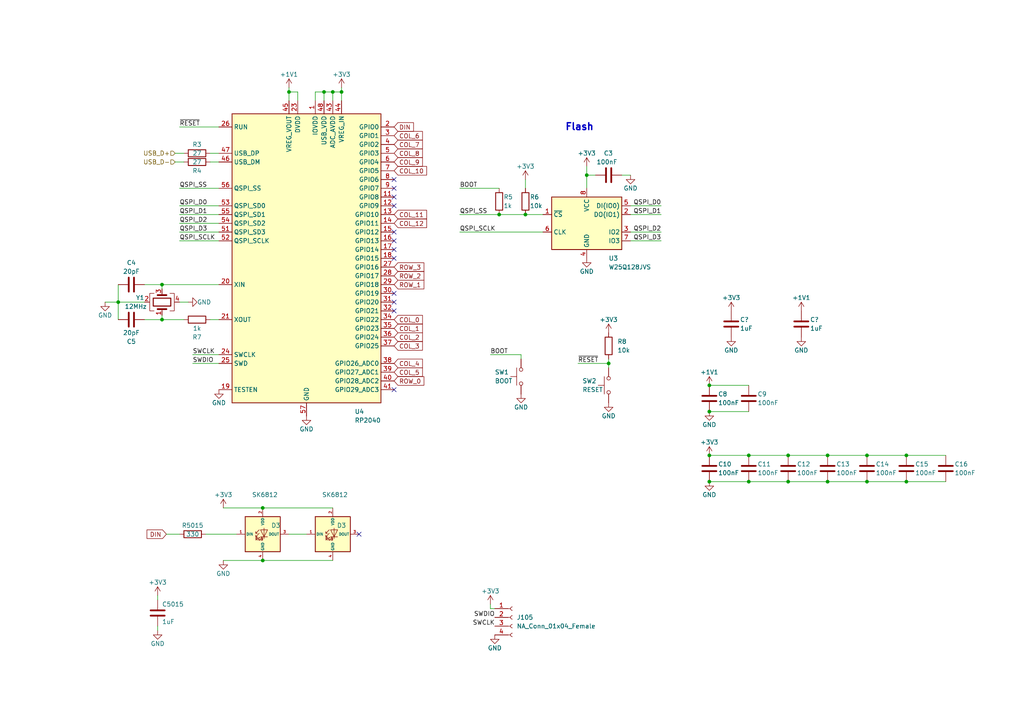
<source format=kicad_sch>
(kicad_sch (version 20230121) (generator eeschema)
  (paper "A4")
  (lib_symbols
    (symbol "Connector:Conn_01x04_Female" (pin_names (offset 1.016) hide)
      (property "Reference" "J" (at 0 5.08 0))
      (property "Value" "Conn_01x04_Female" (at 0 -7.62 0))
      (symbol "Conn_01x04_Female_1_1"
        (arc (start 0 -4.572) (mid -0.5058 -5.08) (end 0 -5.588) (stroke (width 0.1524)))
        (arc (start 0 -2.032) (mid -0.5058 -2.54) (end 0 -3.048) (stroke (width 0.1524)))
        (polyline (pts (xy -1.27 -5.08) (xy -0.508 -5.08)) (stroke (width 0.1524)))
        (polyline (pts (xy -1.27 -2.54) (xy -0.508 -2.54)) (stroke (width 0.1524)))
        (polyline (pts (xy -1.27 0) (xy -0.508 0)) (stroke (width 0.1524)))
        (polyline (pts (xy -1.27 2.54) (xy -0.508 2.54)) (stroke (width 0.1524)))
        (arc (start 0 0.508) (mid -0.5058 0) (end 0 -0.508) (stroke (width 0.1524)))
        (arc (start 0 3.048) (mid -0.5058 2.54) (end 0 2.032) (stroke (width 0.1524)))
        (pin passive line (at -5.08 2.54 0) (length 3.81) (name "Pin_1") (number "1"))
        (pin passive line (at -5.08 0 0) (length 3.81) (name "Pin_2") (number "2"))
        (pin passive line (at -5.08 -2.54 0) (length 3.81) (name "Pin_3") (number "3"))
        (pin passive line (at -5.08 -5.08 0) (length 3.81) (name "Pin_4") (number "4"))
      )
    )
    (symbol "Device:C" (pin_numbers hide) (pin_names (offset 0.254))
      (property "Reference" "C" (at 0.635 2.54 0))
      (property "Value" "C" (at 0.635 -2.54 0))
      (symbol "C_0_1"
        (polyline (pts (xy -2.032 -0.762) (xy 2.032 -0.762)) (stroke (width 0.508)))
        (polyline (pts (xy -2.032 0.762) (xy 2.032 0.762)) (stroke (width 0.508)))
      )
      (symbol "C_1_1"
        (pin passive line (at 0 3.81 270) (length 2.794) (name "~") (number "1"))
        (pin passive line (at 0 -3.81 90) (length 2.794) (name "~") (number "2"))
      )
    )
    (symbol "Device:Crystal_GND24" (pin_names (offset 1.016) hide)
      (property "Reference" "Y" (at 3.175 5.08 0))
      (property "Value" "Crystal_GND24" (at 3.175 3.175 0))
      (symbol "Crystal_GND24_0_1"
        (rectangle (start -1.143 2.54) (end 1.143 -2.54) (stroke (width 0.3048)))
        (polyline (pts (xy -2.54 0) (xy -2.032 0)))
        (polyline (pts (xy -2.032 -1.27) (xy -2.032 1.27)) (stroke (width 0.508)))
        (polyline (pts (xy 0 -3.81) (xy 0 -3.556)))
        (polyline (pts (xy 0 3.556) (xy 0 3.81)))
        (polyline (pts (xy 2.032 -1.27) (xy 2.032 1.27)) (stroke (width 0.508)))
        (polyline (pts (xy 2.032 0) (xy 2.54 0)))
        (polyline (pts (xy -2.54 -2.286) (xy -2.54 -3.556) (xy 2.54 -3.556) (xy 2.54 -2.286)))
        (polyline (pts (xy -2.54 2.286) (xy -2.54 3.556) (xy 2.54 3.556) (xy 2.54 2.286)))
      )
      (symbol "Crystal_GND24_1_1"
        (pin passive line (at -3.81 0 0) (length 1.27) (name "1") (number "1"))
        (pin passive line (at 0 5.08 270) (length 1.27) (name "2") (number "2"))
        (pin passive line (at 3.81 0 180) (length 1.27) (name "3") (number "3"))
        (pin passive line (at 0 -5.08 90) (length 1.27) (name "4") (number "4"))
      )
    )
    (symbol "Device:R" (pin_numbers hide) (pin_names (offset 0))
      (property "Reference" "R" (at 2.032 0 90))
      (property "Value" "R" (at 0 0 90))
      (symbol "R_0_1"
        (rectangle (start -1.016 -2.54) (end 1.016 2.54) (stroke (width 0.254)))
      )
      (symbol "R_1_1"
        (pin passive line (at 0 3.81 270) (length 1.27) (name "~") (number "1"))
        (pin passive line (at 0 -3.81 90) (length 1.27) (name "~") (number "2"))
      )
    )
    (symbol "MCU_RaspberryPi:RP2040"
      (property "Reference" "U" (at 17.78 45.72 0))
      (property "Value" "RP2040" (at 17.78 43.18 0))
      (symbol "RP2040_0_1"
        (rectangle (start -21.59 41.91) (end 21.59 -41.91) (stroke (width 0.254)) (fill (type background)))
      )
      (symbol "RP2040_1_1"
        (pin power_in line (at 2.54 45.72 270) (length 3.81) (name "IOVDD") (number "1"))
        (pin passive line (at 2.54 45.72 270) (length 3.81) hide (name "IOVDD") (number "10"))
        (pin bidirectional line (at 25.4 17.78 180) (length 3.81) (name "GPIO8") (number "11"))
        (pin bidirectional line (at 25.4 15.24 180) (length 3.81) (name "GPIO9") (number "12"))
        (pin bidirectional line (at 25.4 12.7 180) (length 3.81) (name "GPIO10") (number "13"))
        (pin bidirectional line (at 25.4 10.16 180) (length 3.81) (name "GPIO11") (number "14"))
        (pin bidirectional line (at 25.4 7.62 180) (length 3.81) (name "GPIO12") (number "15"))
        (pin bidirectional line (at 25.4 5.08 180) (length 3.81) (name "GPIO13") (number "16"))
        (pin bidirectional line (at 25.4 2.54 180) (length 3.81) (name "GPIO14") (number "17"))
        (pin bidirectional line (at 25.4 0 180) (length 3.81) (name "GPIO15") (number "18"))
        (pin input line (at -25.4 -38.1 0) (length 3.81) (name "TESTEN") (number "19"))
        (pin bidirectional line (at 25.4 38.1 180) (length 3.81) (name "GPIO0") (number "2"))
        (pin input line (at -25.4 -7.62 0) (length 3.81) (name "XIN") (number "20"))
        (pin passive line (at -25.4 -17.78 0) (length 3.81) (name "XOUT") (number "21"))
        (pin passive line (at 2.54 45.72 270) (length 3.81) hide (name "IOVDD") (number "22"))
        (pin power_in line (at -2.54 45.72 270) (length 3.81) (name "DVDD") (number "23"))
        (pin output line (at -25.4 -27.94 0) (length 3.81) (name "SWCLK") (number "24"))
        (pin bidirectional line (at -25.4 -30.48 0) (length 3.81) (name "SWD") (number "25"))
        (pin input line (at -25.4 38.1 0) (length 3.81) (name "RUN") (number "26"))
        (pin bidirectional line (at 25.4 -2.54 180) (length 3.81) (name "GPIO16") (number "27"))
        (pin bidirectional line (at 25.4 -5.08 180) (length 3.81) (name "GPIO17") (number "28"))
        (pin bidirectional line (at 25.4 -7.62 180) (length 3.81) (name "GPIO18") (number "29"))
        (pin bidirectional line (at 25.4 35.56 180) (length 3.81) (name "GPIO1") (number "3"))
        (pin bidirectional line (at 25.4 -10.16 180) (length 3.81) (name "GPIO19") (number "30"))
        (pin bidirectional line (at 25.4 -12.7 180) (length 3.81) (name "GPIO20") (number "31"))
        (pin bidirectional line (at 25.4 -15.24 180) (length 3.81) (name "GPIO21") (number "32"))
        (pin passive line (at 2.54 45.72 270) (length 3.81) hide (name "IOVDD") (number "33"))
        (pin bidirectional line (at 25.4 -17.78 180) (length 3.81) (name "GPIO22") (number "34"))
        (pin bidirectional line (at 25.4 -20.32 180) (length 3.81) (name "GPIO23") (number "35"))
        (pin bidirectional line (at 25.4 -22.86 180) (length 3.81) (name "GPIO24") (number "36"))
        (pin bidirectional line (at 25.4 -25.4 180) (length 3.81) (name "GPIO25") (number "37"))
        (pin bidirectional line (at 25.4 -30.48 180) (length 3.81) (name "GPIO26_ADC0") (number "38"))
        (pin bidirectional line (at 25.4 -33.02 180) (length 3.81) (name "GPIO27_ADC1") (number "39"))
        (pin bidirectional line (at 25.4 33.02 180) (length 3.81) (name "GPIO2") (number "4"))
        (pin bidirectional line (at 25.4 -35.56 180) (length 3.81) (name "GPIO28_ADC2") (number "40"))
        (pin bidirectional line (at 25.4 -38.1 180) (length 3.81) (name "GPIO29_ADC3") (number "41"))
        (pin passive line (at 2.54 45.72 270) (length 3.81) hide (name "IOVDD") (number "42"))
        (pin power_in line (at 7.62 45.72 270) (length 3.81) (name "ADC_AVDD") (number "43"))
        (pin power_in line (at 10.16 45.72 270) (length 3.81) (name "VREG_IN") (number "44"))
        (pin power_out line (at -5.08 45.72 270) (length 3.81) (name "VREG_VOUT") (number "45"))
        (pin bidirectional line (at -25.4 27.94 0) (length 3.81) (name "USB_DM") (number "46"))
        (pin bidirectional line (at -25.4 30.48 0) (length 3.81) (name "USB_DP") (number "47"))
        (pin power_in line (at 5.08 45.72 270) (length 3.81) (name "USB_VDD") (number "48"))
        (pin passive line (at 2.54 45.72 270) (length 3.81) hide (name "IOVDD") (number "49"))
        (pin bidirectional line (at 25.4 30.48 180) (length 3.81) (name "GPIO3") (number "5"))
        (pin passive line (at -2.54 45.72 270) (length 3.81) hide (name "DVDD") (number "50"))
        (pin bidirectional line (at -25.4 7.62 0) (length 3.81) (name "QSPI_SD3") (number "51"))
        (pin output line (at -25.4 5.08 0) (length 3.81) (name "QSPI_SCLK") (number "52"))
        (pin bidirectional line (at -25.4 15.24 0) (length 3.81) (name "QSPI_SD0") (number "53"))
        (pin bidirectional line (at -25.4 10.16 0) (length 3.81) (name "QSPI_SD2") (number "54"))
        (pin bidirectional line (at -25.4 12.7 0) (length 3.81) (name "QSPI_SD1") (number "55"))
        (pin bidirectional line (at -25.4 20.32 0) (length 3.81) (name "QSPI_SS") (number "56"))
        (pin power_in line (at 0 -45.72 90) (length 3.81) (name "GND") (number "57"))
        (pin bidirectional line (at 25.4 27.94 180) (length 3.81) (name "GPIO4") (number "6"))
        (pin bidirectional line (at 25.4 25.4 180) (length 3.81) (name "GPIO5") (number "7"))
        (pin bidirectional line (at 25.4 22.86 180) (length 3.81) (name "GPIO6") (number "8"))
        (pin bidirectional line (at 25.4 20.32 180) (length 3.81) (name "GPIO7") (number "9"))
      )
    )
    (symbol "Memory_Flash:W25Q128JVS"
      (property "Reference" "U" (at -8.89 8.89 0))
      (property "Value" "W25Q128JVS" (at 7.62 8.89 0))
      (symbol "W25Q128JVS_0_1"
        (rectangle (start -10.16 7.62) (end 10.16 -7.62) (stroke (width 0.254)) (fill (type background)))
      )
      (symbol "W25Q128JVS_1_1"
        (pin input line (at -12.7 2.54 0) (length 2.54) (name "~{CS}") (number "1"))
        (pin bidirectional line (at 12.7 2.54 180) (length 2.54) (name "DO(IO1)") (number "2"))
        (pin bidirectional line (at 12.7 -2.54 180) (length 2.54) (name "IO2") (number "3"))
        (pin power_in line (at 0 -10.16 90) (length 2.54) (name "GND") (number "4"))
        (pin bidirectional line (at 12.7 5.08 180) (length 2.54) (name "DI(IO0)") (number "5"))
        (pin input line (at -12.7 -2.54 0) (length 2.54) (name "CLK") (number "6"))
        (pin bidirectional line (at 12.7 -5.08 180) (length 2.54) (name "IO3") (number "7"))
        (pin power_in line (at 0 10.16 270) (length 2.54) (name "VCC") (number "8"))
      )
    )
    (symbol "SW_Push_1" (pin_numbers hide) (pin_names (offset 1.016) hide)
      (property "Reference" "SW1" (at -7.62 1.27 90))
      (property "Value" "BOOT" (at -7.62 -1.27 90))
      (symbol "SW_Push_1_0_1"
        (circle (center -2.032 0) (radius 0.508))
        (polyline (pts (xy 0 1.27) (xy 0 3.048)))
        (polyline (pts (xy 2.54 1.27) (xy -2.54 1.27)))
        (circle (center 2.032 0) (radius 0.508))
        (pin passive line (at -5.08 0 0) (length 2.54) (name "1") (number "1"))
        (pin passive line (at 5.08 0 180) (length 2.54) (name "2") (number "2"))
      )
    )
    (symbol "Switch:SW_Push" (pin_numbers hide) (pin_names (offset 1.016) hide)
      (property "Reference" "SW2" (at -8.89 1.27 90))
      (property "Value" "RESET" (at -8.89 -1.27 90))
      (symbol "SW_Push_0_1"
        (circle (center -2.032 0) (radius 0.508))
        (polyline (pts (xy 0 1.27) (xy 0 3.048)))
        (polyline (pts (xy 2.54 1.27) (xy -2.54 1.27)))
        (circle (center 2.032 0) (radius 0.508))
        (pin passive line (at -5.08 0 0) (length 2.54) (name "1") (number "1"))
        (pin passive line (at 5.08 0 180) (length 2.54) (name "2") (number "2"))
      )
    )
    (symbol "power:+1V1" (power) (pin_names (offset 0))
      (property "Value" "+1V1" (at 0 3.556 0))
      (symbol "+1V1_0_1"
        (polyline (pts (xy -0.762 1.27) (xy 0 2.54)))
        (polyline (pts (xy 0 0) (xy 0 2.54)))
        (polyline (pts (xy 0 2.54) (xy 0.762 1.27)))
      )
      (symbol "+1V1_1_1"
        (pin power_in line (at 0 0 90) (length 0) hide (name "+1V1") (number "1"))
      )
    )
    (symbol "power:+3.3V" (power) (pin_names (offset 0))
      (property "Value" "+3.3V" (at 0 3.556 0))
      (symbol "+3.3V_0_1"
        (polyline (pts (xy -0.762 1.27) (xy 0 2.54)))
        (polyline (pts (xy 0 0) (xy 0 2.54)))
        (polyline (pts (xy 0 2.54) (xy 0.762 1.27)))
      )
      (symbol "+3.3V_1_1"
        (pin power_in line (at 0 0 90) (length 0) hide (name "+3V3") (number "1"))
      )
    )
    (symbol "power:+3V3" (power) (pin_names (offset 0))
      (property "Value" "+3V3" (at 0 3.556 0))
      (symbol "+3V3_0_1"
        (polyline (pts (xy -0.762 1.27) (xy 0 2.54)))
        (polyline (pts (xy 0 0) (xy 0 2.54)))
        (polyline (pts (xy 0 2.54) (xy 0.762 1.27)))
      )
      (symbol "+3V3_1_1"
        (pin power_in line (at 0 0 90) (length 0) hide (name "+3V3") (number "1"))
      )
    )
    (symbol "power:GND" (power) (pin_names (offset 0))
      (property "Value" "GND" (at 0 -3.81 0))
      (symbol "GND_0_1"
        (polyline (pts (xy 0 0) (xy 0 -1.27) (xy 1.27 -1.27) (xy 0 -2.54) (xy -1.27 -1.27) (xy 0 -1.27)))
      )
      (symbol "GND_1_1"
        (pin power_in line (at 0 0 270) (length 0) hide (name "GND") (number "1"))
      )
    )
    (symbol "sk6805-ec15:SK6805-EC15" (pin_names (offset 0.254))
      (property "Reference" "D96" (at 0 13.5701 0))
      (property "Value" "SK6805-EC15" (at 0 10.795 0))
      (symbol "SK6805-EC15_0_0"
        (text "RGB" (at -1.016 -1.397 0) (effects (font (size 0.762 0.762))))
      )
      (symbol "SK6805-EC15_0_1"
        (polyline (pts (xy -2.032 -0.762) (xy -1.524 -0.762)))
        (polyline (pts (xy -2.032 0.254) (xy -1.524 0.254)))
        (polyline (pts (xy 1.397 -0.762) (xy -0.635 -0.762)))
        (polyline (pts (xy -1.016 0.254) (xy -2.032 -0.762) (xy -2.032 -0.254)))
        (polyline (pts (xy -1.016 1.27) (xy -2.032 0.254) (xy -2.032 0.762)))
        (polyline (pts (xy 0.381 1.778) (xy 0.381 -0.762) (xy 0.381 -1.27)))
        (polyline (pts (xy 1.397 1.27) (xy -0.635 1.27) (xy 0.381 -0.762) (xy 1.397 1.27)))
        (rectangle (start 5.08 5.08) (end -5.08 -5.08) (stroke (width 0.254)) (fill (type background)))
      )
      (symbol "SK6805-EC15_1_1"
        (pin input line (at -7.62 0 0) (length 2.54) (name "DIN") (number "1"))
        (pin power_in line (at 0 7.62 270) (length 2.54) (name "VDD") (number "2"))
        (pin output line (at 7.62 0 180) (length 2.54) (name "DOUT") (number "3"))
        (pin power_in line (at 0 -7.62 90) (length 2.54) (name "GND") (number "4"))
      )
    )
  )
  (junction (at 176.53 105.41))
  (junction (at 76.2 162.56))
  (junction (at 228.6 139.7))
  (junction (at 217.17 139.7))
  (junction (at 240.03 139.7))
  (junction (at 152.4 62.23))
  (junction (at 251.46 132.08))
  (junction (at 99.06 26.67))
  (junction (at 93.98 26.67))
  (junction (at 217.17 132.08))
  (junction (at 262.89 139.7))
  (junction (at 251.46 139.7))
  (junction (at 228.6 132.08))
  (junction (at 205.74 111.76))
  (junction (at 46.99 92.71))
  (junction (at 34.29 87.63))
  (junction (at 96.52 26.67))
  (junction (at 76.2 147.32))
  (junction (at 205.74 132.08))
  (junction (at 205.74 119.38))
  (junction (at 83.82 26.67))
  (junction (at 262.89 132.08))
  (junction (at 170.18 50.8))
  (junction (at 46.99 82.55))
  (junction (at 205.74 139.7))
  (junction (at 144.78 62.23))
  (junction (at 240.03 132.08))
  (no_connect (at 114.3 113.03))
  (no_connect (at 114.3 72.39))
  (no_connect (at 114.3 74.93))
  (no_connect (at 114.3 67.31))
  (no_connect (at 114.3 87.63))
  (no_connect (at 114.3 59.69))
  (no_connect (at 114.3 85.09))
  (no_connect (at 114.3 54.61))
  (no_connect (at 114.3 52.07))
  (no_connect (at 104.14 154.94))
  (no_connect (at 114.3 90.17))
  (no_connect (at 114.3 69.85))
  (no_connect (at 114.3 57.15))
  (wire (pts (xy 176.53 105.41) (xy 176.53 104.14)))
  (wire (pts (xy 34.29 82.55) (xy 34.29 87.63)))
  (wire (pts (xy 172.72 50.8) (xy 170.18 50.8)))
  (wire (pts (xy 86.36 26.67) (xy 86.36 29.21)))
  (wire (pts (xy 262.89 132.08) (xy 274.32 132.08)))
  (wire (pts (xy 52.07 59.69) (xy 63.5 59.69)))
  (wire (pts (xy 46.99 91.44) (xy 46.99 92.71)))
  (wire (pts (xy 152.4 52.07) (xy 152.4 54.61)))
  (wire (pts (xy 205.74 139.7) (xy 217.17 139.7)))
  (wire (pts (xy 93.98 26.67) (xy 93.98 29.21)))
  (wire (pts (xy 64.77 162.56) (xy 76.2 162.56)))
  (wire (pts (xy 93.98 26.67) (xy 96.52 26.67)))
  (wire (pts (xy 46.99 82.55) (xy 63.5 82.55)))
  (wire (pts (xy 99.06 29.21) (xy 99.06 26.67)))
  (wire (pts (xy 30.48 87.63) (xy 34.29 87.63)))
  (wire (pts (xy 170.18 48.26) (xy 170.18 50.8)))
  (wire (pts (xy 170.18 50.8) (xy 170.18 54.61)))
  (wire (pts (xy 205.74 132.08) (xy 217.17 132.08)))
  (wire (pts (xy 182.88 50.8) (xy 180.34 50.8)))
  (wire (pts (xy 96.52 26.67) (xy 96.52 29.21)))
  (wire (pts (xy 50.8 44.45) (xy 53.34 44.45)))
  (wire (pts (xy 54.61 87.63) (xy 52.07 87.63)))
  (wire (pts (xy 59.69 154.94) (xy 68.58 154.94)))
  (wire (pts (xy 83.82 154.94) (xy 88.9 154.94)))
  (wire (pts (xy 52.07 67.31) (xy 63.5 67.31)))
  (wire (pts (xy 64.77 147.32) (xy 76.2 147.32)))
  (wire (pts (xy 191.77 67.31) (xy 182.88 67.31)))
  (wire (pts (xy 142.24 176.53) (xy 142.24 175.26)))
  (wire (pts (xy 191.77 69.85) (xy 182.88 69.85)))
  (wire (pts (xy 83.82 26.67) (xy 86.36 26.67)))
  (wire (pts (xy 52.07 62.23) (xy 63.5 62.23)))
  (wire (pts (xy 262.89 139.7) (xy 274.32 139.7)))
  (wire (pts (xy 34.29 87.63) (xy 34.29 92.71)))
  (wire (pts (xy 228.6 139.7) (xy 240.03 139.7)))
  (wire (pts (xy 60.96 44.45) (xy 63.5 44.45)))
  (wire (pts (xy 52.07 54.61) (xy 63.5 54.61)))
  (wire (pts (xy 217.17 139.7) (xy 228.6 139.7)))
  (wire (pts (xy 45.72 172.72) (xy 45.72 173.99)))
  (wire (pts (xy 46.99 92.71) (xy 53.34 92.71)))
  (wire (pts (xy 34.29 87.63) (xy 41.91 87.63)))
  (wire (pts (xy 240.03 139.7) (xy 251.46 139.7)))
  (wire (pts (xy 76.2 147.32) (xy 96.52 147.32)))
  (wire (pts (xy 99.06 25.4) (xy 99.06 26.67)))
  (wire (pts (xy 240.03 132.08) (xy 251.46 132.08)))
  (wire (pts (xy 205.74 119.38) (xy 217.17 119.38)))
  (wire (pts (xy 60.96 92.71) (xy 63.5 92.71)))
  (wire (pts (xy 228.6 132.08) (xy 240.03 132.08)))
  (wire (pts (xy 48.26 154.94) (xy 52.07 154.94)))
  (wire (pts (xy 91.44 26.67) (xy 93.98 26.67)))
  (wire (pts (xy 91.44 26.67) (xy 91.44 29.21)))
  (wire (pts (xy 41.91 82.55) (xy 46.99 82.55)))
  (wire (pts (xy 167.64 105.41) (xy 176.53 105.41)))
  (wire (pts (xy 60.96 46.99) (xy 63.5 46.99)))
  (wire (pts (xy 41.91 92.71) (xy 46.99 92.71)))
  (wire (pts (xy 133.35 54.61) (xy 144.78 54.61)))
  (wire (pts (xy 50.8 46.99) (xy 53.34 46.99)))
  (wire (pts (xy 191.77 62.23) (xy 182.88 62.23)))
  (wire (pts (xy 52.07 64.77) (xy 63.5 64.77)))
  (wire (pts (xy 55.88 102.87) (xy 63.5 102.87)))
  (wire (pts (xy 133.35 67.31) (xy 157.48 67.31)))
  (wire (pts (xy 83.82 25.4) (xy 83.82 26.67)))
  (wire (pts (xy 151.13 102.87) (xy 151.13 104.14)))
  (wire (pts (xy 52.07 36.83) (xy 63.5 36.83)))
  (wire (pts (xy 251.46 139.7) (xy 262.89 139.7)))
  (wire (pts (xy 52.07 69.85) (xy 63.5 69.85)))
  (wire (pts (xy 176.53 106.68) (xy 176.53 105.41)))
  (wire (pts (xy 251.46 132.08) (xy 262.89 132.08)))
  (wire (pts (xy 45.72 182.88) (xy 45.72 181.61)))
  (wire (pts (xy 152.4 62.23) (xy 157.48 62.23)))
  (wire (pts (xy 133.35 62.23) (xy 144.78 62.23)))
  (wire (pts (xy 99.06 26.67) (xy 96.52 26.67)))
  (wire (pts (xy 144.78 62.23) (xy 152.4 62.23)))
  (wire (pts (xy 142.24 102.87) (xy 151.13 102.87)))
  (wire (pts (xy 217.17 132.08) (xy 228.6 132.08)))
  (wire (pts (xy 191.77 59.69) (xy 182.88 59.69)))
  (wire (pts (xy 76.2 162.56) (xy 96.52 162.56)))
  (wire (pts (xy 83.82 26.67) (xy 83.82 29.21)))
  (wire (pts (xy 55.88 105.41) (xy 63.5 105.41)))
  (wire (pts (xy 143.51 176.53) (xy 142.24 176.53)))
  (wire (pts (xy 46.99 82.55) (xy 46.99 83.82)))
  (wire (pts (xy 205.74 111.76) (xy 217.17 111.76)))
  (text "Flash" (at 163.83 38.1 0) (effects (font (size 2 2) bold) (justify left bottom)))
  (label "~{RESET}" (at 167.64 105.41 0))
  (label "QSPI_D2" (at 191.77 67.31 180))
  (label "SWCLK" (at 143.51 181.61 180))
  (label "QSPI_SS" (at 133.35 62.23 0))
  (label "QSPI_SCLK" (at 133.35 67.31 0))
  (label "QSPI_D0" (at 191.77 59.69 180))
  (label "QSPI_SCLK" (at 52.07 69.85 0))
  (label "QSPI_D1" (at 191.77 62.23 180))
  (label "QSPI_SS" (at 52.07 54.61 0))
  (label "BOOT" (at 133.35 54.61 0))
  (label "QSPI_D1" (at 52.07 62.23 0))
  (label "QSPI_D2" (at 52.07 64.77 0))
  (label "QSPI_D0" (at 52.07 59.69 0))
  (label "SWDIO" (at 143.51 179.07 180))
  (label "QSPI_D3" (at 52.07 67.31 0))
  (label "SWCLK" (at 55.88 102.87 0))
  (label "SWDIO" (at 55.88 105.41 0))
  (label "~{RESET}" (at 52.07 36.83 0))
  (label "QSPI_D3" (at 191.77 69.85 180))
  (label "BOOT" (at 142.24 102.87 0))
  (global_label "COL_11" (shape input) (at 114.3 62.23 0) (property "Intersheetrefs" "${INTERSHEET_REFS}" (effects hide)))
  (global_label "COL_3" (shape input) (at 114.3 100.33 0) (property "Intersheetrefs" "${INTERSHEET_REFS}" (effects hide)))
  (global_label "DIN" (shape input) (at 114.3 36.83 0) (property "Intersheetrefs" "${INTERSHEET_REFS}" (effects hide)))
  (global_label "COL_1" (shape input) (at 114.3 95.25 0) (property "Intersheetrefs" "${INTERSHEET_REFS}" (effects hide)))
  (global_label "COL_0" (shape input) (at 114.3 92.71 0) (property "Intersheetrefs" "${INTERSHEET_REFS}" (effects hide)))
  (global_label "COL_7" (shape input) (at 114.3 41.91 0) (property "Intersheetrefs" "${INTERSHEET_REFS}" (effects hide)))
  (global_label "COL_6" (shape input) (at 114.3 39.37 0) (property "Intersheetrefs" "${INTERSHEET_REFS}" (effects hide)))
  (global_label "DIN" (shape input) (at 48.26 154.94 180) (property "Intersheetrefs" "${INTERSHEET_REFS}" (effects hide)))
  (global_label "COL_10" (shape input) (at 114.3 49.53 0) (property "Intersheetrefs" "${INTERSHEET_REFS}" (effects hide)))
  (global_label "ROW_0" (shape input) (at 114.3 110.49 0) (property "Intersheetrefs" "${INTERSHEET_REFS}" (effects hide)))
  (global_label "COL_12" (shape input) (at 114.3 64.77 0) (property "Intersheetrefs" "${INTERSHEET_REFS}" (effects hide)))
  (global_label "ROW_2" (shape input) (at 114.3 80.01 0) (property "Intersheetrefs" "${INTERSHEET_REFS}" (effects hide)))
  (global_label "COL_2" (shape input) (at 114.3 97.79 0) (property "Intersheetrefs" "${INTERSHEET_REFS}" (effects hide)))
  (global_label "ROW_1" (shape input) (at 114.3 82.55 0) (property "Intersheetrefs" "${INTERSHEET_REFS}" (effects hide)))
  (global_label "COL_4" (shape input) (at 114.3 105.41 0) (property "Intersheetrefs" "${INTERSHEET_REFS}" (effects hide)))
  (global_label "COL_8" (shape input) (at 114.3 44.45 0) (property "Intersheetrefs" "${INTERSHEET_REFS}" (effects hide)))
  (global_label "ROW_3" (shape input) (at 114.3 77.47 0) (property "Intersheetrefs" "${INTERSHEET_REFS}" (effects hide)))
  (global_label "COL_9" (shape input) (at 114.3 46.99 0) (property "Intersheetrefs" "${INTERSHEET_REFS}" (effects hide)))
  (global_label "COL_5" (shape input) (at 114.3 107.95 0) (property "Intersheetrefs" "${INTERSHEET_REFS}" (effects hide)))
  (hierarchical_label "USB_D-" (shape input) (at 50.8 46.99 180))
  (hierarchical_label "USB_D+" (shape input) (at 50.8 44.45 180))
  (symbol (lib_id "power:GND") (at 176.53 116.84 0) (unit 1)
    (property "Reference" "#PWR026" (effects hide))
    (property "Value" "GND" (at 176.53 120.65 0))
  )
  (symbol (lib_id "Device:C") (at 205.74 135.89 0) (unit 1)
    (property "Reference" "C10" (at 208.28 134.62 0) (effects (justify left)))
    (property "Value" "100nF" (at 208.28 137.16 0) (effects (justify left)))
    (property "Footprint" "Capacitor_SMD:C_0402_1005Metric" (effects hide))
    (property "LCSC" "C307331" (effects hide))
  )
  (symbol (lib_id "power:+3V3") (at 64.77 147.32 0) (unit 1)
    (property "Reference" "#PWR010" (effects hide))
    (property "Value" "+3V3" (at 64.77 143.51 0))
    (instances (project "Reel" (path "" (reference "#PWR010") (unit 1)) (path "" (reference "#PWR031") (unit 1))))
  )
  (symbol (lib_id "power:GND") (at 212.09 97.79 0) (unit 1)
    (property "Reference" "#PWR021" (effects hide))
    (property "Value" "GND" (at 212.09 101.6 0))
  )
  (symbol (lib_id "power:+3V3") (at 152.4 52.07 0) (unit 1)
    (property "Reference" "#PWR038" (effects hide))
    (property "Value" "+3V3" (at 152.4 48.26 0))
  )
  (symbol (lib_id "power:+3V3") (at 170.18 48.26 0) (unit 1)
    (property "Reference" "#PWR012" (effects hide))
    (property "Value" "+3V3" (at 170.18 44.45 0))
  )
  (symbol (lib_id "power:GND") (at 205.74 119.38 0) (unit 1)
    (property "Reference" "#PWR027" (effects hide))
    (property "Value" "GND" (at 205.74 123.19 0))
  )
  (symbol (lib_id "Device:C") (at 251.46 135.89 0) (unit 1)
    (property "Reference" "C14" (at 254 134.62 0) (effects (justify left)))
    (property "Value" "100nF" (at 254 137.16 0) (effects (justify left)))
    (property "Footprint" "Capacitor_SMD:C_0402_1005Metric" (effects hide))
    (property "LCSC" "C307331" (effects hide))
  )
  (symbol (lib_id "Device:C") (at 176.53 50.8 90) (unit 1)
    (property "Reference" "C3" (at 177.8 44.45 90) (effects (justify left)))
    (property "Value" "100nF" (at 179.07 46.99 90) (effects (justify left)))
    (property "Footprint" "Capacitor_SMD:C_0402_1005Metric" (effects hide))
    (property "LCSC" "C307331" (effects hide))
  )
  (symbol (lib_id "power:+3V3") (at 212.09 90.17 0) (unit 1)
    (property "Reference" "#PWR017" (effects hide))
    (property "Value" "+3V3" (at 212.09 86.36 0))
  )
  (symbol (lib_id "Device:C") (at 45.72 177.8 0) (unit 1)
    (property "Reference" "C5015" (at 46.99 175.26 0) (effects (justify left)))
    (property "Value" "1uF" (at 46.99 180.34 0) (effects (justify left)))
    (property "Footprint" "Capacitor_SMD:C_0402_1005Metric" (effects hide))
    (property "LCSC" "C52923" (effects hide))
    (instances (project "dilemma" (path "" (reference "C5015") (unit 1))) (project "Reel" (path "" (reference "C3") (unit 1)) (path "" (reference "C17") (unit 1))))
  )
  (symbol (lib_id "Device:R") (at 176.53 100.33 0) (unit 1)
    (property "Reference" "R8" (at 179.07 99.0599 0) (effects (justify left)))
    (property "Value" "10k" (at 179.07 101.5999 0) (effects (justify left)))
    (property "Footprint" "Resistor_SMD:R_0402_1005Metric" (effects hide))
    (property "LCSC" "C25744" (effects hide))
  )
  (symbol (lib_id "Device:C") (at 240.03 135.89 0) (unit 1)
    (property "Reference" "C13" (at 242.57 134.62 0) (effects (justify left)))
    (property "Value" "100nF" (at 242.57 137.16 0) (effects (justify left)))
    (property "Footprint" "Capacitor_SMD:C_0402_1005Metric" (effects hide))
    (property "LCSC" "C307331" (effects hide))
  )
  (symbol (lib_id "power:+1V1") (at 205.74 111.76 0) (unit 1)
    (property "Reference" "#PWR023" (effects hide))
    (property "Value" "+1V1" (at 205.74 107.95 0))
  )
  (symbol (lib_name "SW_Push_1") (lib_id "Switch:SW_Push") (at 151.13 109.22 90) (unit 1)
    (property "Reference" "SW1" (at 143.51 107.95 90) (effects (justify right)))
    (property "Value" "BOOT" (at 143.51 110.49 90) (effects (justify right)))
    (property "Footprint" "Button_Switch_SMD:SW_SPST_TL3342" (effects hide))
  )
  (symbol (lib_id "Connector:Conn_01x04_Female") (at 148.59 179.07 0) (unit 1)
    (property "Reference" "J105" (at 149.86 179.0699 0) (effects (justify left)))
    (property "Value" "NA_Conn_01x04_Female" (at 149.86 181.6099 0) (effects (justify left)))
    (property "Footprint" "local-libraries:PinHeader_1x04_P2.54mm_Vertical_debug" (effects hide))
    (instances (project "dilemma" (path "" (reference "J105") (unit 1))) (project "Reel" (path "" (reference "J2") (unit 1))))
  )
  (symbol (lib_id "power:+1V1") (at 83.82 25.4 0) (unit 1)
    (property "Reference" "#PWR010" (effects hide))
    (property "Value" "+1V1" (at 83.82 21.59 0))
  )
  (symbol (lib_id "MCU_RaspberryPi:RP2040") (at 88.9 74.93 0) (unit 1)
    (property "Reference" "U4" (at 102.87 119.38 0) (effects (justify left)))
    (property "Value" "RP2040" (at 102.87 121.92 0) (effects (justify left)))
    (property "Footprint" "Package_DFN_QFN:QFN-56-1EP_7x7mm_P0.4mm_EP3.2x3.2mm" (effects hide))
    (property "Datasheet" "https://datasheets.raspberrypi.com/rp2040/rp2040-datasheet.pdf" (effects hide))
    (property "LCSC" "C2040" (effects hide))
  )
  (symbol (lib_id "power:GND") (at 205.74 139.7 0) (unit 1)
    (property "Reference" "#PWR030" (effects hide))
    (property "Value" "GND" (at 205.74 143.51 0))
  )
  (symbol (lib_id "power:GND") (at 45.72 182.88 0) (mirror y) (unit 1)
    (property "Reference" "#PWR0128" (effects hide))
    (property "Value" "GND" (at 45.72 186.69 0))
    (instances (project "dilemma" (path "" (reference "#PWR0128") (unit 1))) (project "Reel" (path "" (reference "#PWR013") (unit 1)) (path "" (reference "#PWR035") (unit 1))))
  )
  (symbol (lib_id "power:GND") (at 88.9 120.65 0) (unit 1)
    (property "Reference" "#PWR028" (effects hide))
    (property "Value" "GND" (at 88.9 124.46 0))
  )
  (symbol (lib_id "sk6805-ec15:SK6805-EC15") (at 76.2 154.94 0) (unit 1)
    (property "Reference" "D3" (at 80.01 152.4 0))
    (property "Value" "SK6812" (at 76.835 143.51 0))
    (property "Footprint" "local-libraries:SK6812-MINI-E" (effects hide))
    (instances (project "dilemma" (path "" (reference "D3") (unit 1))) (project "Reel" (path "" (reference "D2") (unit 1)) (path "" (reference "LED1") (unit 1))))
  )
  (symbol (lib_id "power:GND") (at 232.41 97.79 0) (unit 1)
    (property "Reference" "#PWR022" (effects hide))
    (property "Value" "GND" (at 232.41 101.6 0))
  )
  (symbol (lib_id "sk6805-ec15:SK6805-EC15") (at 96.52 154.94 0) (unit 1)
    (property "Reference" "D3" (at 99.06 152.4 0))
    (property "Value" "SK6812" (at 97.155 143.51 0))
    (property "Footprint" "local-libraries:SK6812-MINI-E" (effects hide))
    (instances (project "dilemma" (path "" (reference "D3") (unit 1))) (project "Reel" (path "" (reference "D3") (unit 1)) (path "" (reference "LED2") (unit 1))))
  )
  (symbol (lib_id "Device:R") (at 57.15 46.99 90) (unit 1)
    (property "Reference" "R4" (at 57.15 49.53 90))
    (property "Value" "27" (at 57.15 46.99 90))
    (property "Footprint" "Resistor_SMD:R_0603_1608Metric" (effects hide))
    (property "LCSC" "C25190" (effects hide))
  )
  (symbol (lib_id "power:+3V3") (at 45.72 172.72 0) (unit 1)
    (property "Reference" "#PWR012" (effects hide))
    (property "Value" "+3V3" (at 45.72 168.91 0))
    (instances (project "Reel" (path "" (reference "#PWR012") (unit 1)) (path "" (reference "#PWR033") (unit 1))))
  )
  (symbol (lib_id "Device:C") (at 262.89 135.89 0) (unit 1)
    (property "Reference" "C15" (at 265.43 134.62 0) (effects (justify left)))
    (property "Value" "100nF" (at 265.43 137.16 0) (effects (justify left)))
    (property "Footprint" "Capacitor_SMD:C_0402_1005Metric" (effects hide))
    (property "LCSC" "C307331" (effects hide))
  )
  (symbol (lib_id "Device:R") (at 152.4 58.42 0) (mirror y) (unit 1)
    (property "Reference" "R6" (at 153.67 57.15 0) (effects (justify right)))
    (property "Value" "10k" (at 153.67 59.69 0) (effects (justify right)))
    (property "Footprint" "Resistor_SMD:R_0402_1005Metric" (effects hide))
    (property "LCSC" "C25744" (effects hide))
  )
  (symbol (lib_id "power:GND") (at 143.51 184.15 0) (unit 1)
    (property "Reference" "#PWR0130" (effects hide))
    (property "Value" "GND" (at 143.51 187.96 0))
    (instances (project "dilemma" (path "" (reference "#PWR0130") (unit 1))) (project "Reel" (path "" (reference "#PWR036") (unit 1))))
  )
  (symbol (lib_id "power:+3V3") (at 99.06 25.4 0) (unit 1)
    (property "Reference" "#PWR011" (effects hide))
    (property "Value" "+3V3" (at 99.06 21.59 0))
  )
  (symbol (lib_id "Device:C") (at 38.1 92.71 90) (unit 1)
    (property "Reference" "C5" (at 38.1 99.06 90))
    (property "Value" "20pF" (at 38.1 96.52 90))
    (property "Footprint" "Capacitor_SMD:C_0402_1005Metric" (effects hide))
    (property "LCSC" "C1554" (effects hide))
  )
  (symbol (lib_id "Device:C") (at 38.1 82.55 90) (unit 1)
    (property "Reference" "C4" (at 38.1 76.2 90))
    (property "Value" "20pF" (at 38.1 78.74 90))
    (property "Footprint" "Capacitor_SMD:C_0402_1005Metric" (effects hide))
    (property "LCSC" "C1554" (effects hide))
  )
  (symbol (lib_id "Device:C") (at 205.74 115.57 0) (unit 1)
    (property "Reference" "C8" (at 208.28 114.3 0) (effects (justify left)))
    (property "Value" "100nF" (at 208.28 116.84 0) (effects (justify left)))
    (property "Footprint" "Capacitor_SMD:C_0402_1005Metric" (effects hide))
    (property "LCSC" "C307331" (effects hide))
  )
  (symbol (lib_id "Memory_Flash:W25Q128JVS") (at 170.18 64.77 0) (unit 1)
    (property "Reference" "U3" (at 176.53 74.93 0) (effects (justify left)))
    (property "Value" "W25Q128JVS" (at 176.53 77.47 0) (effects (justify left)))
    (property "Footprint" "Package_SO:SOIC-8_5.23x5.23mm_P1.27mm" (effects hide))
    (property "Datasheet" "http://www.winbond.com/resource-files/w25q128jv_dtr%20revc%2003272018%20plus.pdf" (effects hide))
    (property "LCSC" "C97521" (effects hide))
  )
  (symbol (lib_id "Device:C") (at 232.41 93.98 0) (unit 1)
    (property "Reference" "C?" (at 234.95 92.71 0) (effects (justify left)))
    (property "Value" "1uF" (at 234.95 95.25 0) (effects (justify left)))
    (property "Footprint" "Capacitor_SMD:C_0402_1005Metric" (effects hide))
    (property "LCSC" "C52923" (effects hide))
    (instances (project "" (path "" (reference "C?") (unit 1))) (project "" (path "" (reference "C?") (unit 1))) (project "" (path "" (reference "C?") (unit 1))) (project "" (path "" (reference "C?") (unit 1))) (project "" (path "" (reference "C?") (unit 1))) (project "" (path "" (reference "C?") (unit 1))) (project "" (path "" (reference "C?") (unit 1))) (project "Reel" (path "" (reference "C7") (unit 1)) (path "" (reference "C8") (unit 1)) (path "" (reference "C8") (unit 1))) (project "" (path "" (reference "C?") (unit 1))) (project "" (path "" (reference "C?") (unit 1))) (project "" (path "" (reference "C?") (unit 1))) (project "" (path "" (reference "C?") (unit 1))) (project "" (path "" (reference "C?") (unit 1))))
  )
  (symbol (lib_id "Device:C") (at 217.17 135.89 0) (unit 1)
    (property "Reference" "C11" (at 219.71 134.62 0) (effects (justify left)))
    (property "Value" "100nF" (at 219.71 137.16 0) (effects (justify left)))
    (property "Footprint" "Capacitor_SMD:C_0402_1005Metric" (effects hide))
    (property "LCSC" "C307331" (effects hide))
  )
  (symbol (lib_id "Switch:SW_Push") (at 176.53 111.76 90) (unit 1)
    (property "Reference" "SW2" (at 168.91 110.49 90) (effects (justify right)))
    (property "Value" "RESET" (at 168.91 113.03 90) (effects (justify right)))
    (property "Footprint" "Button_Switch_SMD:SW_SPST_TL3342" (effects hide))
  )
  (symbol (lib_id "Device:C") (at 274.32 135.89 0) (unit 1)
    (property "Reference" "C16" (at 276.86 134.62 0) (effects (justify left)))
    (property "Value" "100nF" (at 276.86 137.16 0) (effects (justify left)))
    (property "Footprint" "Capacitor_SMD:C_0402_1005Metric" (effects hide))
    (property "LCSC" "C307331" (effects hide))
  )
  (symbol (lib_id "Device:R") (at 57.15 44.45 90) (unit 1)
    (property "Reference" "R3" (at 57.15 41.91 90))
    (property "Value" "27" (at 57.15 44.45 90))
    (property "Footprint" "Resistor_SMD:R_0603_1608Metric" (effects hide))
    (property "LCSC" "C25190" (effects hide))
  )
  (symbol (lib_id "power:GND") (at 54.61 87.63 90) (unit 1)
    (property "Reference" "#PWR016" (effects hide))
    (property "Value" "GND" (at 57.15 87.63 90) (effects (justify right)))
  )
  (symbol (lib_id "power:+3.3V") (at 142.24 175.26 0) (unit 1)
    (property "Reference" "#PWR0122" (effects hide))
    (property "Value" "+3.3V" (at 142.24 171.45 0))
    (instances (project "dilemma" (path "" (reference "#PWR0122") (unit 1))) (project "Reel" (path "" (reference "#PWR034") (unit 1))))
  )
  (symbol (lib_id "power:GND") (at 151.13 114.3 0) (unit 1)
    (property "Reference" "#PWR025" (effects hide))
    (property "Value" "GND" (at 151.13 118.11 0))
  )
  (symbol (lib_id "power:GND") (at 182.88 50.8 0) (unit 1)
    (property "Reference" "#PWR037" (effects hide))
    (property "Value" "GND" (at 182.88 54.61 0))
  )
  (symbol (lib_id "Device:R") (at 55.88 154.94 90) (unit 1)
    (property "Reference" "R5015" (at 55.88 152.4 90))
    (property "Value" "330" (at 55.88 154.94 90))
    (property "Footprint" "Resistor_SMD:R_0402_1005Metric" (effects hide))
    (property "LCSC" "C11702" (effects hide))
    (instances (project "dilemma" (path "" (reference "R5015") (unit 1))) (project "Reel" (path "" (reference "R3") (unit 1)) (path "" (reference "R9") (unit 1))))
  )
  (symbol (lib_id "Device:C") (at 212.09 93.98 0) (unit 1)
    (property "Reference" "C?" (at 214.63 92.71 0) (effects (justify left)))
    (property "Value" "1uF" (at 214.63 95.25 0) (effects (justify left)))
    (property "Footprint" "Capacitor_SMD:C_0402_1005Metric" (effects hide))
    (property "LCSC" "C52923" (effects hide))
    (instances (project "" (path "" (reference "C?") (unit 1))) (project "" (path "" (reference "C?") (unit 1))) (project "" (path "" (reference "C?") (unit 1))) (project "" (path "" (reference "C?") (unit 1))) (project "" (path "" (reference "C?") (unit 1))) (project "" (path "" (reference "C?") (unit 1))) (project "" (path "" (reference "C?") (unit 1))) (project "Reel" (path "" (reference "C6") (unit 1)) (path "" (reference "C16") (unit 1)) (path "" (reference "C16") (unit 1))) (project "" (path "" (reference "C?") (unit 1))) (project "" (path "" (reference "C?") (unit 1))) (project "" (path "" (reference "C?") (unit 1))) (project "" (path "" (reference "C?") (unit 1))) (project "" (path "" (reference "C?") (unit 1))))
  )
  (symbol (lib_id "Device:R") (at 57.15 92.71 90) (unit 1)
    (property "Reference" "R7" (at 57.15 97.79 90))
    (property "Value" "1k" (at 57.15 95.25 90))
    (property "Footprint" "Resistor_SMD:R_0402_1005Metric" (effects hide))
    (property "LCSC" "C11702" (effects hide))
  )
  (symbol (lib_id "Device:R") (at 144.78 58.42 0) (mirror y) (unit 1)
    (property "Reference" "R5" (at 146.05 57.15 0) (effects (justify right)))
    (property "Value" "1k" (at 146.05 59.69 0) (effects (justify right)))
    (property "Footprint" "Resistor_SMD:R_0402_1005Metric" (effects hide))
    (property "LCSC" "C11702" (effects hide))
  )
  (symbol (lib_id "Device:Crystal_GND24") (at 46.99 87.63 90) (unit 1)
    (property "Reference" "Y1" (at 40.64 86.36 90))
    (property "Value" "12MHz" (at 39.37 88.9 90))
    (property "Footprint" "Crystal:Crystal_SMD_2520-4Pin_2.5x2.0mm" (effects hide))
    (property "LCSC" "C2149204" (effects hide))
  )
  (symbol (lib_id "power:+1V1") (at 232.41 90.17 0) (unit 1)
    (property "Reference" "#PWR018" (effects hide))
    (property "Value" "+1V1" (at 232.41 86.36 0))
  )
  (symbol (lib_id "power:+3V3") (at 205.74 132.08 0) (unit 1)
    (property "Reference" "#PWR029" (effects hide))
    (property "Value" "+3V3" (at 205.74 128.27 0))
  )
  (symbol (lib_id "power:+3V3") (at 176.53 96.52 0) (unit 1)
    (property "Reference" "#PWR020" (effects hide))
    (property "Value" "+3V3" (at 176.53 92.71 0))
  )
  (symbol (lib_id "power:GND") (at 30.48 87.63 0) (unit 1)
    (property "Reference" "#PWR015" (effects hide))
    (property "Value" "GND" (at 30.48 91.44 0))
  )
  (symbol (lib_id "power:GND") (at 63.5 113.03 0) (unit 1)
    (property "Reference" "#PWR024" (effects hide))
    (property "Value" "GND" (at 63.5 116.84 0))
  )
  (symbol (lib_id "power:GND") (at 170.18 74.93 0) (unit 1)
    (property "Reference" "#PWR013" (effects hide))
    (property "Value" "GND" (at 170.18 78.74 0))
  )
  (symbol (lib_id "Device:C") (at 228.6 135.89 0) (unit 1)
    (property "Reference" "C12" (at 231.14 134.62 0) (effects (justify left)))
    (property "Value" "100nF" (at 231.14 137.16 0) (effects (justify left)))
    (property "Footprint" "Capacitor_SMD:C_0402_1005Metric" (effects hide))
    (property "LCSC" "C307331" (effects hide))
  )
  (symbol (lib_id "Device:C") (at 217.17 115.57 0) (unit 1)
    (property "Reference" "C9" (at 219.71 114.3 0) (effects (justify left)))
    (property "Value" "100nF" (at 219.71 116.84 0) (effects (justify left)))
    (property "Footprint" "Capacitor_SMD:C_0402_1005Metric" (effects hide))
    (property "LCSC" "C307331" (effects hide))
  )
  (symbol (lib_id "power:GND") (at 64.77 162.56 0) (unit 1)
    (property "Reference" "#PWR011" (effects hide))
    (property "Value" "GND" (at 64.77 166.37 0))
    (instances (project "Reel" (path "" (reference "#PWR011") (unit 1)) (path "" (reference "#PWR032") (unit 1))))
  )
)
</source>
